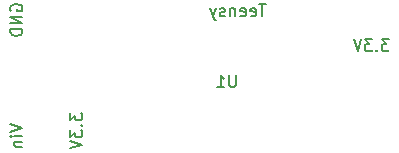
<source format=gbr>
G04 #@! TF.GenerationSoftware,KiCad,Pcbnew,5.1.5*
G04 #@! TF.CreationDate,2020-02-08T20:39:40+01:00*
G04 #@! TF.ProjectId,teensy-breakout,7465656e-7379-42d6-9272-65616b6f7574,rev?*
G04 #@! TF.SameCoordinates,Original*
G04 #@! TF.FileFunction,Legend,Bot*
G04 #@! TF.FilePolarity,Positive*
%FSLAX46Y46*%
G04 Gerber Fmt 4.6, Leading zero omitted, Abs format (unit mm)*
G04 Created by KiCad (PCBNEW 5.1.5) date 2020-02-08 20:39:40*
%MOMM*%
%LPD*%
G04 APERTURE LIST*
%ADD10C,0.150000*%
G04 APERTURE END LIST*
D10*
X149218352Y-77150980D02*
X148646923Y-77150980D01*
X148932638Y-78150980D02*
X148932638Y-77150980D01*
X147932638Y-78103361D02*
X148027876Y-78150980D01*
X148218352Y-78150980D01*
X148313590Y-78103361D01*
X148361209Y-78008123D01*
X148361209Y-77627171D01*
X148313590Y-77531933D01*
X148218352Y-77484314D01*
X148027876Y-77484314D01*
X147932638Y-77531933D01*
X147885019Y-77627171D01*
X147885019Y-77722409D01*
X148361209Y-77817647D01*
X147075495Y-78103361D02*
X147170733Y-78150980D01*
X147361209Y-78150980D01*
X147456447Y-78103361D01*
X147504066Y-78008123D01*
X147504066Y-77627171D01*
X147456447Y-77531933D01*
X147361209Y-77484314D01*
X147170733Y-77484314D01*
X147075495Y-77531933D01*
X147027876Y-77627171D01*
X147027876Y-77722409D01*
X147504066Y-77817647D01*
X146599304Y-77484314D02*
X146599304Y-78150980D01*
X146599304Y-77579552D02*
X146551685Y-77531933D01*
X146456447Y-77484314D01*
X146313590Y-77484314D01*
X146218352Y-77531933D01*
X146170733Y-77627171D01*
X146170733Y-78150980D01*
X145742161Y-78103361D02*
X145646923Y-78150980D01*
X145456447Y-78150980D01*
X145361209Y-78103361D01*
X145313590Y-78008123D01*
X145313590Y-77960504D01*
X145361209Y-77865266D01*
X145456447Y-77817647D01*
X145599304Y-77817647D01*
X145694542Y-77770028D01*
X145742161Y-77674790D01*
X145742161Y-77627171D01*
X145694542Y-77531933D01*
X145599304Y-77484314D01*
X145456447Y-77484314D01*
X145361209Y-77531933D01*
X144980257Y-77484314D02*
X144742161Y-78150980D01*
X144504066Y-77484314D02*
X144742161Y-78150980D01*
X144837400Y-78389076D01*
X144885019Y-78436695D01*
X144980257Y-78484314D01*
X146684904Y-83137380D02*
X146684904Y-83946904D01*
X146637285Y-84042142D01*
X146589666Y-84089761D01*
X146494428Y-84137380D01*
X146303952Y-84137380D01*
X146208714Y-84089761D01*
X146161095Y-84042142D01*
X146113476Y-83946904D01*
X146113476Y-83137380D01*
X145113476Y-84137380D02*
X145684904Y-84137380D01*
X145399190Y-84137380D02*
X145399190Y-83137380D01*
X145494428Y-83280238D01*
X145589666Y-83375476D01*
X145684904Y-83423095D01*
X127643000Y-77694404D02*
X127595380Y-77599166D01*
X127595380Y-77456309D01*
X127643000Y-77313452D01*
X127738238Y-77218214D01*
X127833476Y-77170595D01*
X128023952Y-77122976D01*
X128166809Y-77122976D01*
X128357285Y-77170595D01*
X128452523Y-77218214D01*
X128547761Y-77313452D01*
X128595380Y-77456309D01*
X128595380Y-77551547D01*
X128547761Y-77694404D01*
X128500142Y-77742023D01*
X128166809Y-77742023D01*
X128166809Y-77551547D01*
X128595380Y-78170595D02*
X127595380Y-78170595D01*
X128595380Y-78742023D01*
X127595380Y-78742023D01*
X128595380Y-79218214D02*
X127595380Y-79218214D01*
X127595380Y-79456309D01*
X127643000Y-79599166D01*
X127738238Y-79694404D01*
X127833476Y-79742023D01*
X128023952Y-79789642D01*
X128166809Y-79789642D01*
X128357285Y-79742023D01*
X128452523Y-79694404D01*
X128547761Y-79599166D01*
X128595380Y-79456309D01*
X128595380Y-79218214D01*
X127595380Y-87294642D02*
X128595380Y-87627976D01*
X127595380Y-87961309D01*
X128595380Y-88294642D02*
X127928714Y-88294642D01*
X127595380Y-88294642D02*
X127643000Y-88247023D01*
X127690619Y-88294642D01*
X127643000Y-88342261D01*
X127595380Y-88294642D01*
X127690619Y-88294642D01*
X127928714Y-88770833D02*
X128595380Y-88770833D01*
X128023952Y-88770833D02*
X127976333Y-88818452D01*
X127928714Y-88913690D01*
X127928714Y-89056547D01*
X127976333Y-89151785D01*
X128071571Y-89199404D01*
X128595380Y-89199404D01*
X132675380Y-86342261D02*
X132675380Y-86961309D01*
X133056333Y-86627976D01*
X133056333Y-86770833D01*
X133103952Y-86866071D01*
X133151571Y-86913690D01*
X133246809Y-86961309D01*
X133484904Y-86961309D01*
X133580142Y-86913690D01*
X133627761Y-86866071D01*
X133675380Y-86770833D01*
X133675380Y-86485119D01*
X133627761Y-86389880D01*
X133580142Y-86342261D01*
X133580142Y-87389880D02*
X133627761Y-87437500D01*
X133675380Y-87389880D01*
X133627761Y-87342261D01*
X133580142Y-87389880D01*
X133675380Y-87389880D01*
X132675380Y-87770833D02*
X132675380Y-88389880D01*
X133056333Y-88056547D01*
X133056333Y-88199404D01*
X133103952Y-88294642D01*
X133151571Y-88342261D01*
X133246809Y-88389880D01*
X133484904Y-88389880D01*
X133580142Y-88342261D01*
X133627761Y-88294642D01*
X133675380Y-88199404D01*
X133675380Y-87913690D01*
X133627761Y-87818452D01*
X133580142Y-87770833D01*
X132675380Y-88675595D02*
X133675380Y-89008928D01*
X132675380Y-89342261D01*
X159652642Y-80097380D02*
X159033595Y-80097380D01*
X159366928Y-80478333D01*
X159224071Y-80478333D01*
X159128833Y-80525952D01*
X159081214Y-80573571D01*
X159033595Y-80668809D01*
X159033595Y-80906904D01*
X159081214Y-81002142D01*
X159128833Y-81049761D01*
X159224071Y-81097380D01*
X159509785Y-81097380D01*
X159605023Y-81049761D01*
X159652642Y-81002142D01*
X158605023Y-81002142D02*
X158557404Y-81049761D01*
X158605023Y-81097380D01*
X158652642Y-81049761D01*
X158605023Y-81002142D01*
X158605023Y-81097380D01*
X158224071Y-80097380D02*
X157605023Y-80097380D01*
X157938357Y-80478333D01*
X157795500Y-80478333D01*
X157700261Y-80525952D01*
X157652642Y-80573571D01*
X157605023Y-80668809D01*
X157605023Y-80906904D01*
X157652642Y-81002142D01*
X157700261Y-81049761D01*
X157795500Y-81097380D01*
X158081214Y-81097380D01*
X158176452Y-81049761D01*
X158224071Y-81002142D01*
X157319309Y-80097380D02*
X156985976Y-81097380D01*
X156652642Y-80097380D01*
M02*

</source>
